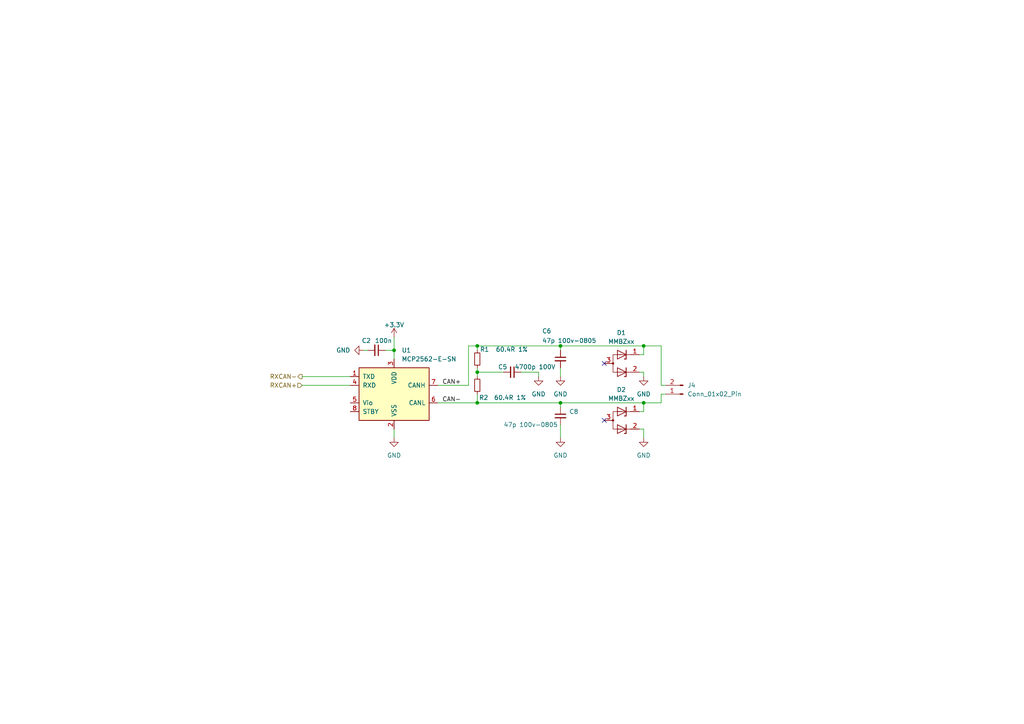
<source format=kicad_sch>
(kicad_sch (version 20231120) (generator "eeschema") (generator_version "8.0")
  (paper "A4")
  (lib_symbols
    (symbol "Connector:Conn_01x02_Pin" (pin_names (offset 1.016) hide)
      (property "Reference" "J" (at 0 2.54 0))
      (property "Value" "Conn_01x02_Pin" (at 0 -5.08 0))
      (symbol "Conn_01x02_Pin_1_1"
        (polyline (pts (xy 1.27 -2.54) (xy 0.8636 -2.54)) (stroke (width 0.1524)))
        (polyline (pts (xy 1.27 0) (xy 0.8636 0)) (stroke (width 0.1524)))
        (rectangle (start 0.8636 -2.413) (end 0 -2.667) (stroke (width 0.1524)) (fill (type outline)))
        (rectangle (start 0.8636 0.127) (end 0 -0.127) (stroke (width 0.1524)) (fill (type outline)))
        (pin passive line (at 5.08 0 180) (length 3.81) (name "Pin_1") (number "1"))
        (pin passive line (at 5.08 -2.54 180) (length 3.81) (name "Pin_2") (number "2"))
      )
    )
    (symbol "Device:C_Small" (pin_numbers hide) (pin_names (offset 0.254) hide)
      (property "Reference" "C" (at 0.254 1.778 0))
      (property "Value" "C_Small" (at 0.254 -2.032 0))
      (symbol "C_Small_0_1"
        (polyline (pts (xy -1.524 -0.508) (xy 1.524 -0.508)) (stroke (width 0.3302)))
        (polyline (pts (xy -1.524 0.508) (xy 1.524 0.508)) (stroke (width 0.3048)))
      )
      (symbol "C_Small_1_1"
        (pin passive line (at 0 2.54 270) (length 2.032) (name "~") (number "1"))
        (pin passive line (at 0 -2.54 90) (length 2.032) (name "~") (number "2"))
      )
    )
    (symbol "Device:R_Small" (pin_numbers hide) (pin_names (offset 0.254) hide)
      (property "Reference" "R" (at 0.762 0.508 0))
      (property "Value" "R_Small" (at 0.762 -1.016 0))
      (symbol "R_Small_0_1"
        (rectangle (start -0.762 1.778) (end 0.762 -1.778) (stroke (width 0.2032)))
      )
      (symbol "R_Small_1_1"
        (pin passive line (at 0 2.54 270) (length 0.762) (name "~") (number "1"))
        (pin passive line (at 0 -2.54 90) (length 0.762) (name "~") (number "2"))
      )
    )
    (symbol "Diode:MMBZxx" (pin_names (offset 1.016) hide)
      (property "Reference" "D" (at 3.81 2.54 0))
      (property "Value" "MMBZxx" (at 3.81 0 0))
      (symbol "MMBZxx_0_1"
        (circle (center 0 -2.54) (radius 0.254) (fill (type outline)))
        (polyline (pts (xy -2.54 -1.27) (xy -2.54 2.54)))
        (polyline (pts (xy 2.54 -1.27) (xy 2.54 2.54)))
        (polyline (pts (xy -3.81 1.27) (xy -1.27 1.27) (xy -1.27 0.762)) (stroke (width 0.254)))
        (polyline (pts (xy 1.27 1.27) (xy 3.81 1.27) (xy 3.81 0.762)) (stroke (width 0.254)))
        (polyline (pts (xy -2.54 0) (xy -2.54 -2.54) (xy 2.54 -2.54) (xy 2.54 0)))
      )
      (symbol "MMBZxx_1_1"
        (polyline (pts (xy -3.81 -1.27) (xy -1.27 -1.27) (xy -2.54 1.27) (xy -3.81 -1.27)) (stroke (width 0.2032)))
        (polyline (pts (xy 1.27 -1.27) (xy 3.81 -1.27) (xy 2.54 1.27) (xy 1.27 -1.27)) (stroke (width 0.2032)))
        (pin passive line (at -2.54 5.08 270) (length 2.54) (name "K") (number "1"))
        (pin passive line (at 2.54 5.08 270) (length 2.54) (name "K") (number "2"))
        (pin passive line (at 0 -5.08 90) (length 2.54) (name "A") (number "3"))
      )
    )
    (symbol "Interface_CAN_LIN:MCP2562-E-SN" (pin_names (offset 1.016))
      (property "Reference" "U" (at -10.16 8.89 0))
      (property "Value" "MCP2562-E-SN" (at 2.54 8.89 0))
      (symbol "MCP2562-E-SN_0_1"
        (rectangle (start -10.16 7.62) (end 10.16 -7.62) (stroke (width 0.254)) (fill (type background)))
      )
      (symbol "MCP2562-E-SN_1_1"
        (pin input line (at -12.7 5.08 0) (length 2.54) (name "TXD") (number "1"))
        (pin power_in line (at 0 -10.16 90) (length 2.54) (name "VSS") (number "2"))
        (pin power_in line (at 0 10.16 270) (length 2.54) (name "VDD") (number "3"))
        (pin output line (at -12.7 2.54 0) (length 2.54) (name "RXD") (number "4"))
        (pin power_in line (at -12.7 -2.54 0) (length 2.54) (name "Vio") (number "5"))
        (pin bidirectional line (at 12.7 -2.54 180) (length 2.54) (name "CANL") (number "6"))
        (pin bidirectional line (at 12.7 2.54 180) (length 2.54) (name "CANH") (number "7"))
        (pin input line (at -12.7 -5.08 0) (length 2.54) (name "STBY") (number "8"))
      )
    )
    (symbol "power:+3.3V" (power) (pin_names (offset 0))
      (property "Value" "+3.3V" (at 0 3.556 0))
      (symbol "+3.3V_0_1"
        (polyline (pts (xy -0.762 1.27) (xy 0 2.54)))
        (polyline (pts (xy 0 0) (xy 0 2.54)))
        (polyline (pts (xy 0 2.54) (xy 0.762 1.27)))
      )
      (symbol "+3.3V_1_1"
        (pin power_in line (at 0 0 90) (length 0) hide (name "+3.3V") (number "1"))
      )
    )
    (symbol "power:GND" (power) (pin_names (offset 0))
      (property "Value" "GND" (at 0 -3.81 0))
      (symbol "GND_0_1"
        (polyline (pts (xy 0 0) (xy 0 -1.27) (xy 1.27 -1.27) (xy 0 -2.54) (xy -1.27 -1.27) (xy 0 -1.27)))
      )
      (symbol "GND_1_1"
        (pin power_in line (at 0 0 270) (length 0) hide (name "GND") (number "1"))
      )
    )
  )
  (junction (at 138.43 100.33))
  (junction (at 162.56 116.84))
  (junction (at 186.69 100.33))
  (junction (at 114.3 101.6))
  (junction (at 162.56 100.33))
  (junction (at 138.43 107.95))
  (junction (at 138.43 116.84))
  (junction (at 186.69 116.84))
  (no_connect (at 175.26 121.92))
  (no_connect (at 175.26 105.41))
  (wire (pts (xy 186.69 100.33) (xy 191.77 100.33)))
  (wire (pts (xy 162.56 116.84) (xy 186.69 116.84)))
  (wire (pts (xy 162.56 106.68) (xy 162.56 109.22)))
  (wire (pts (xy 135.89 111.76) (xy 135.89 100.33)))
  (wire (pts (xy 186.69 119.38) (xy 185.42 119.38)))
  (wire (pts (xy 185.42 124.46) (xy 186.69 124.46)))
  (wire (pts (xy 127 111.76) (xy 135.89 111.76)))
  (wire (pts (xy 191.77 114.3) (xy 193.04 114.3)))
  (wire (pts (xy 156.21 107.95) (xy 156.21 109.22)))
  (wire (pts (xy 186.69 107.95) (xy 186.69 109.22)))
  (wire (pts (xy 138.43 109.22) (xy 138.43 107.95)))
  (wire (pts (xy 138.43 107.95) (xy 146.05 107.95)))
  (wire (pts (xy 138.43 100.33) (xy 138.43 101.6)))
  (wire (pts (xy 186.69 116.84) (xy 191.77 116.84)))
  (wire (pts (xy 127 116.84) (xy 138.43 116.84)))
  (wire (pts (xy 162.56 100.33) (xy 186.69 100.33)))
  (wire (pts (xy 191.77 116.84) (xy 191.77 114.3)))
  (wire (pts (xy 162.56 101.6) (xy 162.56 100.33)))
  (wire (pts (xy 162.56 123.19) (xy 162.56 127)))
  (wire (pts (xy 193.04 111.76) (xy 191.77 111.76)))
  (wire (pts (xy 186.69 102.87) (xy 186.69 100.33)))
  (wire (pts (xy 87.63 109.22) (xy 101.6 109.22)))
  (wire (pts (xy 151.13 107.95) (xy 156.21 107.95)))
  (wire (pts (xy 186.69 116.84) (xy 186.69 119.38)))
  (wire (pts (xy 162.56 116.84) (xy 162.56 118.11)))
  (wire (pts (xy 138.43 116.84) (xy 162.56 116.84)))
  (wire (pts (xy 87.63 111.76) (xy 101.6 111.76)))
  (wire (pts (xy 138.43 100.33) (xy 162.56 100.33)))
  (wire (pts (xy 106.68 101.6) (xy 105.41 101.6)))
  (wire (pts (xy 111.76 101.6) (xy 114.3 101.6)))
  (wire (pts (xy 135.89 100.33) (xy 138.43 100.33)))
  (wire (pts (xy 186.69 102.87) (xy 185.42 102.87)))
  (wire (pts (xy 114.3 124.46) (xy 114.3 127)))
  (wire (pts (xy 114.3 101.6) (xy 114.3 104.14)))
  (wire (pts (xy 185.42 107.95) (xy 186.69 107.95)))
  (wire (pts (xy 138.43 114.3) (xy 138.43 116.84)))
  (wire (pts (xy 186.69 124.46) (xy 186.69 127)))
  (wire (pts (xy 191.77 111.76) (xy 191.77 100.33)))
  (wire (pts (xy 114.3 97.79) (xy 114.3 101.6)))
  (wire (pts (xy 138.43 106.68) (xy 138.43 107.95)))
  (label "CAN-" (at 128.27 116.84 0))
  (label "CAN+" (at 128.27 111.76 0))
  (hierarchical_label "RXCAN+" (shape input) (at 87.63 111.76 180))
  (hierarchical_label "RXCAN-" (shape output) (at 87.63 109.22 180))
  (symbol (lib_id "power:GND") (at 186.69 109.22 0) (unit 1)
    (property "Reference" "#PWR018" (effects (hide yes)))
    (property "Value" "GND" (at 186.69 114.3 0))
  )
  (symbol (lib_id "power:GND") (at 114.3 127 0) (unit 1)
    (property "Reference" "#PWR011" (effects (hide yes)))
    (property "Value" "GND" (at 114.3 132.08 0))
  )
  (symbol (lib_id "power:GND") (at 156.21 109.22 0) (unit 1)
    (property "Reference" "#PWR012" (effects (hide yes)))
    (property "Value" "GND" (at 156.21 114.3 0))
  )
  (symbol (lib_id "Connector:Conn_01x02_Pin") (at 198.12 114.3 180) (unit 1)
    (property "Reference" "J4" (at 199.39 111.7599 0) (effects (justify right)))
    (property "Value" "Conn_01x02_Pin" (at 199.39 114.2999 0) (effects (justify right)))
    (property "Footprint" "Capacitor_SMD:CP_Elec_4x4.5" (effects (hide yes)))
    (property "Description" "Generic connector, single row, 01x02, script generated" (effects (hide yes)))
  )
  (symbol (lib_id "power:GND") (at 162.56 127 0) (unit 1)
    (property "Reference" "#PWR017" (effects (hide yes)))
    (property "Value" "GND" (at 162.56 132.08 0))
  )
  (symbol (lib_id "Device:R_Small") (at 138.43 111.76 0) (unit 1)
    (property "Reference" "R2" (at 138.938 115.316 0) (effects (justify left)))
    (property "Value" "60.4R 1%" (at 143.256 115.316 0) (effects (justify left)))
    (property "Footprint" "Resistor_SMD:R_1206_3216Metric" (effects (hide yes)))
    (property "Description" "Resistor, small symbol" (effects (hide yes)))
  )
  (symbol (lib_id "Device:C_Small") (at 162.56 120.65 0) (unit 1)
    (property "Reference" "C8" (at 165.1 119.3862 0) (effects (justify left)))
    (property "Value" "47p 100v-0805" (at 146.05 123.19 0) (effects (justify left)))
    (property "Footprint" "Capacitor_SMD:C_0805_2012Metric" (effects (hide yes)))
    (property "Description" "Unpolarized capacitor, small symbol" (effects (hide yes)))
  )
  (symbol (lib_id "power:GND") (at 162.56 109.22 0) (unit 1)
    (property "Reference" "#PWR015" (effects (hide yes)))
    (property "Value" "GND" (at 162.56 114.3 0))
  )
  (symbol (lib_id "Interface_CAN_LIN:MCP2562-E-SN") (at 114.3 114.3 0) (unit 1)
    (property "Reference" "U1" (at 116.4941 101.6 0) (effects (justify left)))
    (property "Value" "MCP2562-E-SN" (at 116.4941 104.14 0) (effects (justify left)))
    (property "Footprint" "Package_SO:SOIC-8_3.9x4.9mm_P1.27mm" (effects (hide yes)))
    (property "Datasheet" "http://ww1.microchip.com/downloads/en/DeviceDoc/25167A.pdf" (effects (hide yes)))
    (property "Description" "High-Speed CAN Transceiver, 1Mbps, 5V supply, Vio pin, -40C to +125C, SOIC-8" (effects (hide yes)))
  )
  (symbol (lib_id "power:+3.3V") (at 114.3 97.79 0) (unit 1)
    (property "Reference" "#PWR010" (effects (hide yes)))
    (property "Value" "+3.3V" (at 114.3 94.234 0))
  )
  (symbol (lib_id "Device:R_Small") (at 138.43 104.14 0) (unit 1)
    (property "Reference" "R1" (at 139.192 101.346 0) (effects (justify left)))
    (property "Value" "60.4R 1%" (at 143.764 101.346 0) (effects (justify left)))
    (property "Footprint" "Resistor_SMD:R_1206_3216Metric" (effects (hide yes)))
    (property "Description" "Resistor, small symbol" (effects (hide yes)))
  )
  (symbol (lib_id "power:GND") (at 186.69 127 0) (unit 1)
    (property "Reference" "#PWR022" (effects (hide yes)))
    (property "Value" "GND" (at 186.69 132.08 0))
  )
  (symbol (lib_id "Device:C_Small") (at 148.59 107.95 270) (unit 1)
    (property "Reference" "C5" (at 145.796 106.426 90))
    (property "Value" "4700p 100V" (at 155.194 106.426 90))
    (property "Footprint" "Capacitor_THT:C_Disc_D4.3mm_W1.9mm_P5.00mm" (effects (hide yes)))
    (property "Description" "Unpolarized capacitor, small symbol" (effects (hide yes)))
  )
  (symbol (lib_id "power:GND") (at 105.41 101.6 270) (unit 1)
    (property "Reference" "#PWR08" (effects (hide yes)))
    (property "Value" "GND" (at 101.6 101.5999 90) (effects (justify right)))
  )
  (symbol (lib_id "Device:C_Small") (at 162.56 104.14 0) (unit 1)
    (property "Reference" "C6" (at 157.226 96.012 0) (effects (justify left)))
    (property "Value" "47p 100v-0805" (at 157.226 98.806 0) (effects (justify left)))
    (property "Footprint" "Capacitor_SMD:C_0805_2012Metric" (effects (hide yes)))
    (property "Description" "Unpolarized capacitor, small symbol" (effects (hide yes)))
  )
  (symbol (lib_id "Diode:MMBZxx") (at 180.34 105.41 270) (unit 1)
    (property "Reference" "D1" (at 180.213 96.52 90))
    (property "Value" "MMBZxx" (at 180.213 99.06 90))
    (property "Footprint" "Package_TO_SOT_SMD:SOT-23" (effects (hide yes)))
    (property "Datasheet" "http://www.onsemi.com/pub/Collateral/MMBZ5V6ALT1-D.PDF" (effects (hide yes)))
    (property "Description" "Double Zener Diode, Common Anode, 225mW, SOT-23" (effects (hide yes)))
  )
  (symbol (lib_id "Diode:MMBZxx") (at 180.34 121.92 270) (unit 1)
    (property "Reference" "D2" (at 180.213 113.03 90))
    (property "Value" "MMBZxx" (at 180.213 115.57 90))
    (property "Footprint" "Package_TO_SOT_SMD:SOT-23" (effects (hide yes)))
    (property "Datasheet" "http://www.onsemi.com/pub/Collateral/MMBZ5V6ALT1-D.PDF" (effects (hide yes)))
    (property "Description" "Double Zener Diode, Common Anode, 225mW, SOT-23" (effects (hide yes)))
  )
  (symbol (lib_id "Device:C_Small") (at 109.22 101.6 270) (unit 1)
    (property "Reference" "C2" (at 104.902 98.806 90) (effects (justify left)))
    (property "Value" "100n" (at 108.712 98.806 90) (effects (justify left)))
    (property "Footprint" "Capacitor_SMD:C_1206_3216Metric" (effects (hide yes)))
  )
)
</source>
